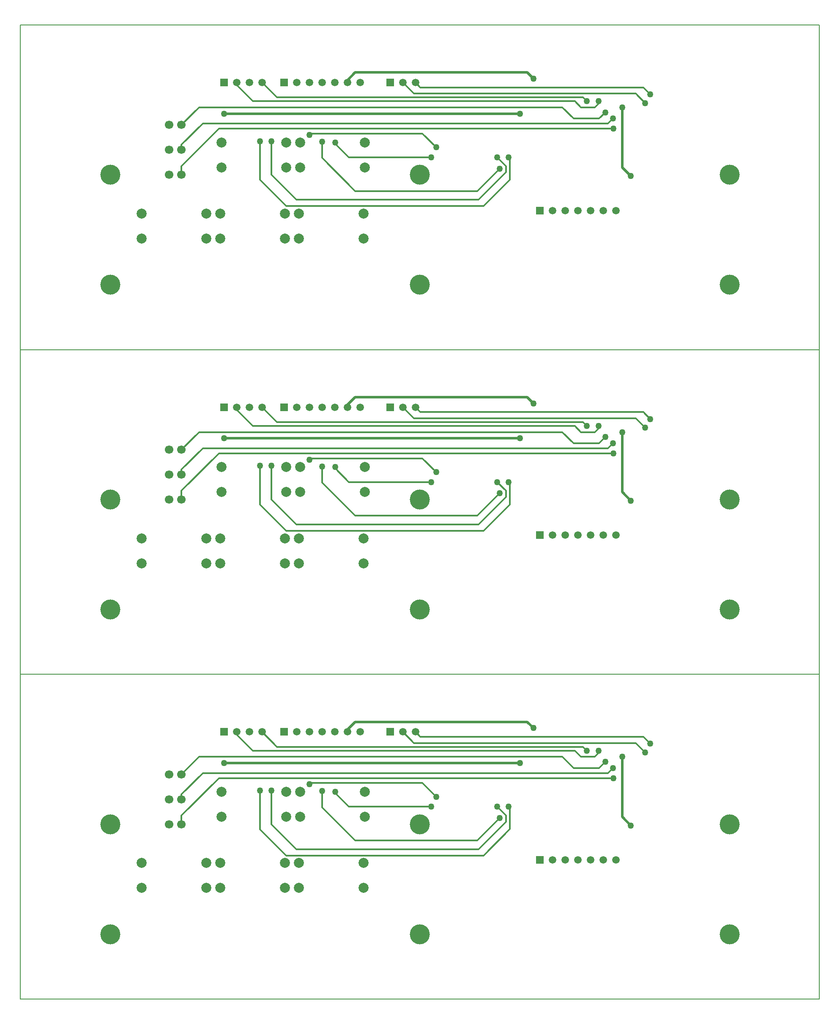
<source format=gbl>
%FSLAX42Y42*%
%MOMM*%
G71*
G01*
G75*
G04 Layer_Physical_Order=2*
G04 Layer_Color=16711680*
%ADD10C,0.20*%
%ADD11R,0.40X1.60*%
%ADD12R,1.60X0.40*%
%ADD13R,0.70X1.30*%
%ADD14R,1.30X0.70*%
%ADD15R,0.90X1.30*%
%ADD16R,1.30X0.90*%
%ADD17R,1.40X0.70*%
%ADD18R,1.60X0.90*%
%ADD19C,0.30*%
%ADD20C,0.50*%
%ADD21C,4.00*%
%ADD22C,1.70*%
%ADD23C,2.00*%
%ADD24C,1.52*%
%ADD25R,1.52X1.52*%
%ADD26R,1.50X1.50*%
%ADD27C,1.50*%
%ADD28C,1.27*%
D10*
X2061Y9670D02*
X18061D01*
Y3170D02*
Y9670D01*
X2061Y3170D02*
X18061D01*
X2061D02*
Y9670D01*
Y16170D02*
X18061D01*
Y9670D02*
Y16170D01*
X2061Y9670D02*
X18061D01*
X2061D02*
Y16170D01*
Y22670D02*
X18061D01*
Y16170D02*
Y22670D01*
X2061Y16170D02*
X18061D01*
X2061D02*
Y22670D01*
D19*
X6036Y7595D02*
X13936D01*
X5286Y6845D02*
X6036Y7595D01*
X5286Y6670D02*
Y6845D01*
X7198Y8220D02*
X13329D01*
X6898Y8520D02*
X7198Y8220D01*
X13329D02*
X13404Y8145D01*
X14386Y8295D02*
X14573Y8108D01*
X9940Y8295D02*
X14386D01*
X9715Y8520D02*
X9940Y8295D01*
X14536Y8420D02*
X14673Y8283D01*
X10069Y8420D02*
X14536D01*
X9969Y8520D02*
X10069Y8420D01*
X5286Y7170D02*
Y7270D01*
X5711Y7695D01*
X13823D01*
X13923Y7795D01*
X5286Y7670D02*
X5636Y8020D01*
X12911D01*
X13136Y7795D01*
X13648D01*
X13773Y7920D01*
X6390Y8466D02*
Y8520D01*
Y8466D02*
X6711Y8145D01*
X13161D01*
X13286Y8020D01*
X13561D01*
X13636Y8095D01*
Y8145D01*
X8636Y7020D02*
X10286D01*
X8361Y7295D02*
X8636Y7020D01*
X8098Y7008D02*
Y7333D01*
Y7008D02*
X8761Y6345D01*
X11211D01*
X11661Y6795D01*
X7844Y7470D02*
X7869Y7495D01*
X10111D02*
X10386Y7220D01*
X7869Y7495D02*
X10111D01*
X7086Y6670D02*
Y7345D01*
Y6670D02*
X7586Y6170D01*
X11236D01*
X11786Y6720D01*
Y6845D01*
X11611Y7020D02*
X11786Y6845D01*
X11611Y7020D02*
X11611D01*
X6861Y6570D02*
Y7345D01*
Y6570D02*
X7386Y6045D01*
X11336D01*
X11861Y6571D01*
Y6995D01*
X11836Y7020D02*
X11861Y6995D01*
X6036Y14095D02*
X13936D01*
X5286Y13345D02*
X6036Y14095D01*
X5286Y13170D02*
Y13345D01*
X7198Y14720D02*
X13329D01*
X6898Y15020D02*
X7198Y14720D01*
X13329D02*
X13404Y14645D01*
X14386Y14795D02*
X14573Y14608D01*
X9940Y14795D02*
X14386D01*
X9715Y15020D02*
X9940Y14795D01*
X14536Y14920D02*
X14673Y14783D01*
X10069Y14920D02*
X14536D01*
X9969Y15020D02*
X10069Y14920D01*
X5286Y13670D02*
Y13770D01*
X5711Y14195D01*
X13823D01*
X13923Y14295D01*
X5286Y14170D02*
X5636Y14520D01*
X12911D01*
X13136Y14295D01*
X13648D01*
X13773Y14420D01*
X6390Y14966D02*
Y15020D01*
Y14966D02*
X6711Y14645D01*
X13161D01*
X13286Y14520D01*
X13561D01*
X13636Y14595D01*
Y14645D01*
X8636Y13520D02*
X10286D01*
X8361Y13795D02*
X8636Y13520D01*
X8098Y13508D02*
Y13833D01*
Y13508D02*
X8761Y12845D01*
X11211D01*
X11661Y13295D01*
X7844Y13970D02*
X7869Y13995D01*
X10111D02*
X10386Y13720D01*
X7869Y13995D02*
X10111D01*
X7086Y13170D02*
Y13845D01*
Y13170D02*
X7586Y12670D01*
X11236D01*
X11786Y13220D01*
Y13345D01*
X11611Y13520D02*
X11786Y13345D01*
X11611Y13520D02*
X11611D01*
X6861Y13070D02*
Y13845D01*
Y13070D02*
X7386Y12545D01*
X11336D01*
X11861Y13071D01*
Y13495D01*
X11836Y13520D02*
X11861Y13495D01*
X6036Y20595D02*
X13936D01*
X5286Y19845D02*
X6036Y20595D01*
X5286Y19670D02*
Y19845D01*
X7198Y21220D02*
X13329D01*
X6898Y21520D02*
X7198Y21220D01*
X13329D02*
X13404Y21145D01*
X14386Y21295D02*
X14573Y21108D01*
X9940Y21295D02*
X14386D01*
X9715Y21520D02*
X9940Y21295D01*
X14536Y21420D02*
X14673Y21283D01*
X10069Y21420D02*
X14536D01*
X9969Y21520D02*
X10069Y21420D01*
X5286Y20170D02*
Y20270D01*
X5711Y20695D01*
X13823D01*
X13923Y20795D01*
X5286Y20670D02*
X5636Y21020D01*
X12911D01*
X13136Y20795D01*
X13648D01*
X13773Y20920D01*
X6390Y21466D02*
Y21520D01*
Y21466D02*
X6711Y21145D01*
X13161D01*
X13286Y21020D01*
X13561D01*
X13636Y21095D01*
Y21145D01*
X8636Y20020D02*
X10286D01*
X8361Y20295D02*
X8636Y20020D01*
X8098Y20008D02*
Y20333D01*
Y20008D02*
X8761Y19345D01*
X11211D01*
X11661Y19795D01*
X7844Y20470D02*
X7869Y20495D01*
X10111D02*
X10386Y20220D01*
X7869Y20495D02*
X10111D01*
X7086Y19670D02*
Y20345D01*
Y19670D02*
X7586Y19170D01*
X11236D01*
X11786Y19720D01*
Y19845D01*
X11611Y20020D02*
X11786Y19845D01*
X11611Y20020D02*
X11611D01*
X6861Y19570D02*
Y20345D01*
Y19570D02*
X7386Y19045D01*
X11336D01*
X11861Y19571D01*
Y19995D01*
X11836Y20020D02*
X11861Y19995D01*
D20*
X6136Y7895D02*
X12061D01*
X8606Y8520D02*
Y8565D01*
X8761Y8720D01*
X12211D01*
X12336Y8595D01*
X14111Y6820D02*
Y8020D01*
Y6820D02*
X14286Y6645D01*
X6136Y14395D02*
X12061D01*
X8606Y15020D02*
Y15065D01*
X8761Y15220D01*
X12211D01*
X12336Y15095D01*
X14111Y13320D02*
Y14520D01*
Y13320D02*
X14286Y13145D01*
X6136Y20895D02*
X12061D01*
X8606Y21520D02*
Y21565D01*
X8761Y21720D01*
X12211D01*
X12336Y21595D01*
X14111Y19820D02*
Y21020D01*
Y19820D02*
X14286Y19645D01*
D21*
X10061Y4470D02*
D03*
Y6670D02*
D03*
X16261Y4470D02*
D03*
Y6670D02*
D03*
X3861D02*
D03*
Y4470D02*
D03*
X10061Y10970D02*
D03*
Y13170D02*
D03*
X16261Y10970D02*
D03*
Y13170D02*
D03*
X3861D02*
D03*
Y10970D02*
D03*
X10061Y17470D02*
D03*
Y19670D02*
D03*
X16261Y17470D02*
D03*
Y19670D02*
D03*
X3861D02*
D03*
Y17470D02*
D03*
D22*
X5036Y7170D02*
D03*
X5286D02*
D03*
X5036Y6670D02*
D03*
X5286D02*
D03*
X5036Y7670D02*
D03*
X5286D02*
D03*
X5036Y13670D02*
D03*
X5286D02*
D03*
X5036Y13170D02*
D03*
X5286D02*
D03*
X5036Y14170D02*
D03*
X5286D02*
D03*
X5036Y20170D02*
D03*
X5286D02*
D03*
X5036Y19670D02*
D03*
X5286D02*
D03*
X5036Y20670D02*
D03*
X5286D02*
D03*
D23*
X8961Y7320D02*
D03*
Y6820D02*
D03*
X7661D02*
D03*
Y7320D02*
D03*
X4486Y5395D02*
D03*
Y5895D02*
D03*
X5786D02*
D03*
Y5395D02*
D03*
X6061D02*
D03*
Y5895D02*
D03*
X7361D02*
D03*
Y5395D02*
D03*
X7636D02*
D03*
Y5895D02*
D03*
X8936D02*
D03*
Y5395D02*
D03*
X7386Y7320D02*
D03*
Y6820D02*
D03*
X6086D02*
D03*
Y7320D02*
D03*
X8961Y13820D02*
D03*
Y13320D02*
D03*
X7661D02*
D03*
Y13820D02*
D03*
X4486Y11895D02*
D03*
Y12395D02*
D03*
X5786D02*
D03*
Y11895D02*
D03*
X6061D02*
D03*
Y12395D02*
D03*
X7361D02*
D03*
Y11895D02*
D03*
X7636D02*
D03*
Y12395D02*
D03*
X8936D02*
D03*
Y11895D02*
D03*
X7386Y13820D02*
D03*
Y13320D02*
D03*
X6086D02*
D03*
Y13820D02*
D03*
X8961Y20320D02*
D03*
Y19820D02*
D03*
X7661D02*
D03*
Y20320D02*
D03*
X4486Y18395D02*
D03*
Y18895D02*
D03*
X5786D02*
D03*
Y18395D02*
D03*
X6061D02*
D03*
Y18895D02*
D03*
X7361D02*
D03*
Y18395D02*
D03*
X7636D02*
D03*
Y18895D02*
D03*
X8936D02*
D03*
Y18395D02*
D03*
X7386Y20320D02*
D03*
Y19820D02*
D03*
X6086D02*
D03*
Y20320D02*
D03*
D24*
X13983Y5956D02*
D03*
X13729D02*
D03*
X13475D02*
D03*
X13221D02*
D03*
X12967D02*
D03*
X12713D02*
D03*
X13983Y12456D02*
D03*
X13729D02*
D03*
X13475D02*
D03*
X13221D02*
D03*
X12967D02*
D03*
X12713D02*
D03*
X13983Y18956D02*
D03*
X13729D02*
D03*
X13475D02*
D03*
X13221D02*
D03*
X12967D02*
D03*
X12713D02*
D03*
D25*
X12459Y5956D02*
D03*
Y12456D02*
D03*
Y18956D02*
D03*
D26*
X6136Y8520D02*
D03*
X9461D02*
D03*
X7336D02*
D03*
X6136Y15020D02*
D03*
X9461D02*
D03*
X7336D02*
D03*
X6136Y21520D02*
D03*
X9461D02*
D03*
X7336D02*
D03*
D27*
X6390Y8520D02*
D03*
X6644D02*
D03*
X6898D02*
D03*
X9969D02*
D03*
X9715D02*
D03*
X7844D02*
D03*
X7590D02*
D03*
X8098D02*
D03*
X8352D02*
D03*
X8606D02*
D03*
X8860D02*
D03*
X6390Y15020D02*
D03*
X6644D02*
D03*
X6898D02*
D03*
X9969D02*
D03*
X9715D02*
D03*
X7844D02*
D03*
X7590D02*
D03*
X8098D02*
D03*
X8352D02*
D03*
X8606D02*
D03*
X8860D02*
D03*
X6390Y21520D02*
D03*
X6644D02*
D03*
X6898D02*
D03*
X9969D02*
D03*
X9715D02*
D03*
X7844D02*
D03*
X7590D02*
D03*
X8098D02*
D03*
X8352D02*
D03*
X8606D02*
D03*
X8860D02*
D03*
D28*
X12336Y8595D02*
D03*
X13636Y8145D02*
D03*
X13404D02*
D03*
X14573Y8108D02*
D03*
X14673Y8283D02*
D03*
X13936Y7595D02*
D03*
X13923Y7795D02*
D03*
X13773Y7920D02*
D03*
X11836Y7020D02*
D03*
X12061Y7895D02*
D03*
X6136D02*
D03*
X10286Y7020D02*
D03*
X8361Y7320D02*
D03*
X8098Y7333D02*
D03*
X11661Y6795D02*
D03*
X10386Y7220D02*
D03*
X7844Y7470D02*
D03*
X11611Y7020D02*
D03*
X7086Y7345D02*
D03*
X6861D02*
D03*
X14286Y6645D02*
D03*
X14111Y8020D02*
D03*
X12336Y15095D02*
D03*
X13636Y14645D02*
D03*
X13404D02*
D03*
X14573Y14608D02*
D03*
X14673Y14783D02*
D03*
X13936Y14095D02*
D03*
X13923Y14295D02*
D03*
X13773Y14420D02*
D03*
X11836Y13520D02*
D03*
X12061Y14395D02*
D03*
X6136D02*
D03*
X10286Y13520D02*
D03*
X8361Y13820D02*
D03*
X8098Y13833D02*
D03*
X11661Y13295D02*
D03*
X10386Y13720D02*
D03*
X7844Y13970D02*
D03*
X11611Y13520D02*
D03*
X7086Y13845D02*
D03*
X6861D02*
D03*
X14286Y13145D02*
D03*
X14111Y14520D02*
D03*
X12336Y21595D02*
D03*
X13636Y21145D02*
D03*
X13404D02*
D03*
X14573Y21108D02*
D03*
X14673Y21283D02*
D03*
X13936Y20595D02*
D03*
X13923Y20795D02*
D03*
X13773Y20920D02*
D03*
X11836Y20020D02*
D03*
X12061Y20895D02*
D03*
X6136D02*
D03*
X10286Y20020D02*
D03*
X8361Y20320D02*
D03*
X8098Y20333D02*
D03*
X11661Y19795D02*
D03*
X10386Y20220D02*
D03*
X7844Y20470D02*
D03*
X11611Y20020D02*
D03*
X7086Y20345D02*
D03*
X6861D02*
D03*
X14286Y19645D02*
D03*
X14111Y21020D02*
D03*
M02*

</source>
